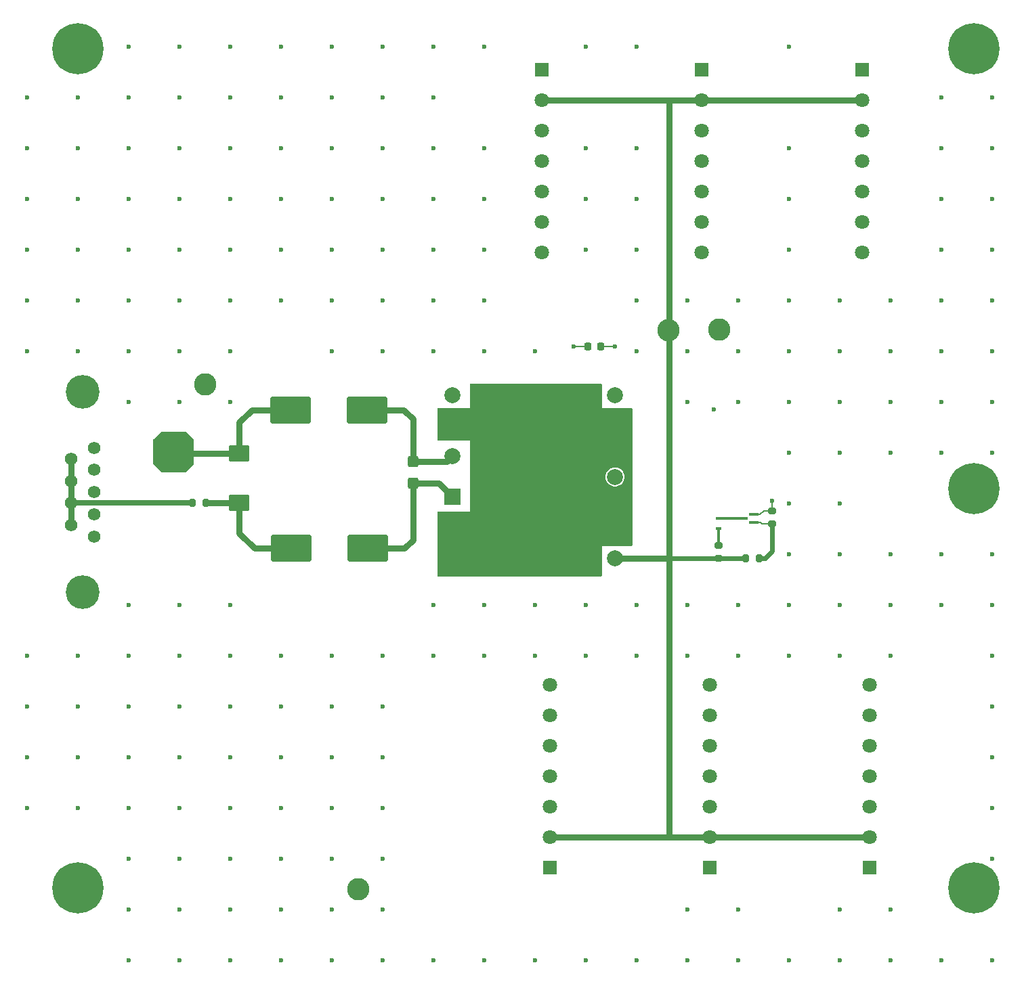
<source format=gbr>
%TF.GenerationSoftware,KiCad,Pcbnew,8.0.6*%
%TF.CreationDate,2025-03-03T14:35:36-05:00*%
%TF.ProjectId,SiPM_Bias_BRD_Telem_PWR,5369504d-5f42-4696-9173-5f4252445f54,rev?*%
%TF.SameCoordinates,Original*%
%TF.FileFunction,Copper,L1,Top*%
%TF.FilePolarity,Positive*%
%FSLAX46Y46*%
G04 Gerber Fmt 4.6, Leading zero omitted, Abs format (unit mm)*
G04 Created by KiCad (PCBNEW 8.0.6) date 2025-03-03 14:35:36*
%MOMM*%
%LPD*%
G01*
G04 APERTURE LIST*
G04 Aperture macros list*
%AMRoundRect*
0 Rectangle with rounded corners*
0 $1 Rounding radius*
0 $2 $3 $4 $5 $6 $7 $8 $9 X,Y pos of 4 corners*
0 Add a 4 corners polygon primitive as box body*
4,1,4,$2,$3,$4,$5,$6,$7,$8,$9,$2,$3,0*
0 Add four circle primitives for the rounded corners*
1,1,$1+$1,$2,$3*
1,1,$1+$1,$4,$5*
1,1,$1+$1,$6,$7*
1,1,$1+$1,$8,$9*
0 Add four rect primitives between the rounded corners*
20,1,$1+$1,$2,$3,$4,$5,0*
20,1,$1+$1,$4,$5,$6,$7,0*
20,1,$1+$1,$6,$7,$8,$9,0*
20,1,$1+$1,$8,$9,$2,$3,0*%
G04 Aperture macros list end*
%TA.AperFunction,SMDPad,CuDef*%
%ADD10RoundRect,0.250000X1.025000X-0.787500X1.025000X0.787500X-1.025000X0.787500X-1.025000X-0.787500X0*%
%TD*%
%TA.AperFunction,ComponentPad*%
%ADD11C,6.400000*%
%TD*%
%TA.AperFunction,SMDPad,CuDef*%
%ADD12RoundRect,0.250000X0.425000X-0.450000X0.425000X0.450000X-0.425000X0.450000X-0.425000X-0.450000X0*%
%TD*%
%TA.AperFunction,ComponentPad*%
%ADD13R,1.800000X1.800000*%
%TD*%
%TA.AperFunction,ComponentPad*%
%ADD14C,1.800000*%
%TD*%
%TA.AperFunction,SMDPad,CuDef*%
%ADD15RoundRect,0.200000X-0.275000X0.200000X-0.275000X-0.200000X0.275000X-0.200000X0.275000X0.200000X0*%
%TD*%
%TA.AperFunction,SMDPad,CuDef*%
%ADD16RoundRect,0.225000X0.225000X0.250000X-0.225000X0.250000X-0.225000X-0.250000X0.225000X-0.250000X0*%
%TD*%
%TA.AperFunction,ComponentPad*%
%ADD17C,2.800000*%
%TD*%
%TA.AperFunction,ComponentPad*%
%ADD18C,1.560000*%
%TD*%
%TA.AperFunction,ComponentPad*%
%ADD19C,4.216000*%
%TD*%
%TA.AperFunction,SMDPad,CuDef*%
%ADD20RoundRect,0.170000X2.330000X-1.530000X2.330000X1.530000X-2.330000X1.530000X-2.330000X-1.530000X0*%
%TD*%
%TA.AperFunction,SMDPad,CuDef*%
%ADD21RoundRect,0.200000X-0.200000X-0.275000X0.200000X-0.275000X0.200000X0.275000X-0.200000X0.275000X0*%
%TD*%
%TA.AperFunction,SMDPad,CuDef*%
%ADD22R,0.711200X0.444500*%
%TD*%
%TA.AperFunction,ComponentPad*%
%ADD23R,2.000000X2.000000*%
%TD*%
%TA.AperFunction,ComponentPad*%
%ADD24C,2.000000*%
%TD*%
%TA.AperFunction,SMDPad,CuDef*%
%ADD25R,1.161200X0.350800*%
%TD*%
%TA.AperFunction,ViaPad*%
%ADD26C,0.600000*%
%TD*%
%TA.AperFunction,ViaPad*%
%ADD27C,1.200000*%
%TD*%
%TA.AperFunction,Conductor*%
%ADD28C,0.800000*%
%TD*%
%TA.AperFunction,Conductor*%
%ADD29C,0.600000*%
%TD*%
%TA.AperFunction,Conductor*%
%ADD30C,0.200000*%
%TD*%
%TA.AperFunction,Conductor*%
%ADD31C,0.700000*%
%TD*%
%TA.AperFunction,Conductor*%
%ADD32C,0.300000*%
%TD*%
G04 APERTURE END LIST*
D10*
%TO.P,C1,1*%
%TO.N,Net-(C1-Pad1)*%
X255170000Y-196802500D03*
%TO.P,C1,2*%
%TO.N,/V_SEC_RTN*%
X255170000Y-190577500D03*
%TD*%
D11*
%TO.P,H6,1,1*%
%TO.N,CHASSIS*%
X235000000Y-140000000D03*
%TD*%
D12*
%TO.P,C2,1*%
%TO.N,/Telem_PWR_Single_Rail/V_POS*%
X276860221Y-194340657D03*
%TO.P,C2,2*%
%TO.N,/Telem_PWR_Single_Rail/V_RTN*%
X276860221Y-191640657D03*
%TD*%
D13*
%TO.P,J5,01,01*%
%TO.N,/V_P5V_RTN*%
X294000000Y-242400000D03*
D14*
%TO.P,J5,02,02*%
%TO.N,/V_P5V*%
X294000000Y-238590000D03*
%TO.P,J5,03,03*%
%TO.N,/V_P5V_RTN*%
X294000000Y-234780000D03*
%TO.P,J5,04,04*%
%TO.N,/V_SEC_RTN*%
X294000000Y-230970000D03*
%TO.P,J5,05,05*%
%TO.N,/V_SEC_IN*%
X294000000Y-227160000D03*
%TO.P,J5,06,06*%
%TO.N,/V_SEC_RTN*%
X294000000Y-223350000D03*
%TO.P,J5,07,07*%
%TO.N,/V_SEC_IN*%
X294000000Y-219540000D03*
%TD*%
D11*
%TO.P,H5,1,1*%
%TO.N,CHASSIS*%
X347000000Y-195000000D03*
%TD*%
D15*
%TO.P,R4,1*%
%TO.N,Net-(LED1-Pad2)*%
X315076825Y-202083175D03*
%TO.P,R4,2*%
%TO.N,/V_P5V*%
X315076825Y-203733175D03*
%TD*%
D13*
%TO.P,J6,01,01*%
%TO.N,/V_P5V_RTN*%
X314000000Y-242400000D03*
D14*
%TO.P,J6,02,02*%
%TO.N,/V_P5V*%
X314000000Y-238590000D03*
%TO.P,J6,03,03*%
%TO.N,/V_P5V_RTN*%
X314000000Y-234780000D03*
%TO.P,J6,04,04*%
%TO.N,/V_SEC_RTN*%
X314000000Y-230970000D03*
%TO.P,J6,05,05*%
%TO.N,/V_SEC_IN*%
X314000000Y-227160000D03*
%TO.P,J6,06,06*%
%TO.N,/V_SEC_RTN*%
X314000000Y-223350000D03*
%TO.P,J6,07,07*%
%TO.N,/V_SEC_IN*%
X314000000Y-219540000D03*
%TD*%
D13*
%TO.P,J2,01,01*%
%TO.N,/V_P5V_RTN*%
X293000000Y-142600000D03*
D14*
%TO.P,J2,02,02*%
%TO.N,/V_P5V*%
X293000000Y-146410000D03*
%TO.P,J2,03,03*%
%TO.N,/V_P5V_RTN*%
X293000000Y-150220000D03*
%TO.P,J2,04,04*%
%TO.N,/V_SEC_RTN*%
X293000000Y-154030000D03*
%TO.P,J2,05,05*%
%TO.N,/V_SEC_IN*%
X293000000Y-157840000D03*
%TO.P,J2,06,06*%
%TO.N,/V_SEC_RTN*%
X293000000Y-161650000D03*
%TO.P,J2,07,07*%
%TO.N,/V_SEC_IN*%
X293000000Y-165460000D03*
%TD*%
D16*
%TO.P,C7,1*%
%TO.N,/V_P5V_RTN*%
X300325221Y-177203157D03*
%TO.P,C7,2*%
%TO.N,CHASSIS*%
X298775221Y-177203157D03*
%TD*%
D17*
%TO.P,P5V_{RTN},1,1*%
%TO.N,/V_P5V_RTN*%
X315150000Y-175140000D03*
%TD*%
D18*
%TO.P,J1,1*%
%TO.N,/V_SEC_RTN*%
X236980000Y-189900000D03*
%TO.P,J1,2*%
X236980000Y-192670000D03*
%TO.P,J1,3*%
%TO.N,unconnected-(J1-Pad3)*%
X236980000Y-195440000D03*
%TO.P,J1,4*%
%TO.N,/V_SEC_RTN*%
X236980000Y-198210000D03*
%TO.P,J1,5*%
X236980000Y-200980000D03*
%TO.P,J1,6*%
%TO.N,/V_SEC_IN*%
X234140000Y-191285000D03*
%TO.P,J1,7*%
X234140000Y-194055000D03*
%TO.P,J1,8*%
X234140000Y-196825000D03*
%TO.P,J1,9*%
X234140000Y-199595000D03*
D19*
%TO.P,J1,S1*%
%TO.N,CHASSIS*%
X235560000Y-182940000D03*
%TO.P,J1,S2*%
X235560000Y-207940000D03*
%TD*%
D11*
%TO.P,H2,1,1*%
%TO.N,CHASSIS*%
X347000000Y-245000000D03*
%TD*%
D13*
%TO.P,J7,01,01*%
%TO.N,/V_P5V_RTN*%
X334000000Y-242400000D03*
D14*
%TO.P,J7,02,02*%
%TO.N,/V_P5V*%
X334000000Y-238590000D03*
%TO.P,J7,03,03*%
%TO.N,/V_P5V_RTN*%
X334000000Y-234780000D03*
%TO.P,J7,04,04*%
%TO.N,/V_SEC_RTN*%
X334000000Y-230970000D03*
%TO.P,J7,05,05*%
%TO.N,/V_SEC_IN*%
X334000000Y-227160000D03*
%TO.P,J7,06,06*%
%TO.N,/V_SEC_RTN*%
X334000000Y-223350000D03*
%TO.P,J7,07,07*%
%TO.N,/V_SEC_IN*%
X334000000Y-219540000D03*
%TD*%
D11*
%TO.P,H1,1,1*%
%TO.N,CHASSIS*%
X235000000Y-245000000D03*
%TD*%
D20*
%TO.P,L2,1,1*%
%TO.N,/V_SEC_RTN*%
X261570000Y-185191000D03*
%TO.P,L2,2,2*%
%TO.N,/Telem_PWR_Single_Rail/V_RTN*%
X271170000Y-185191000D03*
%TD*%
D13*
%TO.P,J4,01,01*%
%TO.N,/V_P5V_RTN*%
X333000000Y-142600000D03*
D14*
%TO.P,J4,02,02*%
%TO.N,/V_P5V*%
X333000000Y-146410000D03*
%TO.P,J4,03,03*%
%TO.N,/V_P5V_RTN*%
X333000000Y-150220000D03*
%TO.P,J4,04,04*%
%TO.N,/V_SEC_RTN*%
X333000000Y-154030000D03*
%TO.P,J4,05,05*%
%TO.N,/V_SEC_IN*%
X333000000Y-157840000D03*
%TO.P,J4,06,06*%
%TO.N,/V_SEC_RTN*%
X333000000Y-161650000D03*
%TO.P,J4,07,07*%
%TO.N,/V_SEC_IN*%
X333000000Y-165460000D03*
%TD*%
D21*
%TO.P,R2,1*%
%TO.N,/V_P5V*%
X318471825Y-203738175D03*
%TO.P,R2,2*%
%TO.N,Net-(M1-Pad1)*%
X320121825Y-203738175D03*
%TD*%
D17*
%TO.P,P12V_{RTN},1,1*%
%TO.N,/V_SEC_RTN*%
X250930000Y-181990000D03*
%TD*%
D22*
%TO.P,LED1,1*%
%TO.N,Net-(LED1-Pad1)*%
X315066825Y-198769525D03*
%TO.P,LED1,2*%
%TO.N,Net-(LED1-Pad2)*%
X315066825Y-200026825D03*
%TD*%
D17*
%TO.P,P5V,1,1*%
%TO.N,/V_P5V*%
X308860000Y-175160000D03*
%TD*%
D23*
%TO.P,U1,1,+VIN*%
%TO.N,/Telem_PWR_Single_Rail/V_POS*%
X281837721Y-196043157D03*
D24*
%TO.P,U1,2,-VIN*%
%TO.N,/Telem_PWR_Single_Rail/V_RTN*%
X281837721Y-190943157D03*
%TO.P,U1,3,+VOUT*%
%TO.N,/V_P5V*%
X302137721Y-203743157D03*
%TO.P,U1,4,TRIM*%
%TO.N,unconnected-(U1-TRIM-Pad4)*%
X302137721Y-193543157D03*
%TO.P,U1,5,-VOUT*%
%TO.N,/V_P5V_RTN*%
X302137721Y-183343157D03*
%TO.P,U1,6,REMOTE*%
%TO.N,unconnected-(U1-REMOTE-Pad6)*%
X281837721Y-183343157D03*
%TD*%
D25*
%TO.P,M1,1,1*%
%TO.N,Net-(M1-Pad1)*%
X319451825Y-199258174D03*
%TO.P,M1,2,2*%
%TO.N,/V_P5V_RTN*%
X319451825Y-198258176D03*
%TO.P,M1,3,3*%
%TO.N,Net-(LED1-Pad1)*%
X318101825Y-198758175D03*
%TD*%
D21*
%TO.P,F1,1*%
%TO.N,/V_SEC_IN*%
X249335221Y-196793157D03*
%TO.P,F1,2*%
%TO.N,Net-(C1-Pad1)*%
X250985221Y-196793157D03*
%TD*%
D13*
%TO.P,J3,01,01*%
%TO.N,/V_P5V_RTN*%
X313000000Y-142600000D03*
D14*
%TO.P,J3,02,02*%
%TO.N,/V_P5V*%
X313000000Y-146410000D03*
%TO.P,J3,03,03*%
%TO.N,/V_P5V_RTN*%
X313000000Y-150220000D03*
%TO.P,J3,04,04*%
%TO.N,/V_SEC_RTN*%
X313000000Y-154030000D03*
%TO.P,J3,05,05*%
%TO.N,/V_SEC_IN*%
X313000000Y-157840000D03*
%TO.P,J3,06,06*%
%TO.N,/V_SEC_RTN*%
X313000000Y-161650000D03*
%TO.P,J3,07,07*%
%TO.N,/V_SEC_IN*%
X313000000Y-165460000D03*
%TD*%
D20*
%TO.P,L1,1,1*%
%TO.N,Net-(C1-Pad1)*%
X261630000Y-202461000D03*
%TO.P,L1,2,2*%
%TO.N,/Telem_PWR_Single_Rail/V_POS*%
X271230000Y-202461000D03*
%TD*%
D17*
%TO.P,Chassis,1,1*%
%TO.N,CHASSIS*%
X270030000Y-245110000D03*
%TD*%
D11*
%TO.P,H3,1,1*%
%TO.N,CHASSIS*%
X347000000Y-140000000D03*
%TD*%
D15*
%TO.P,R3,1*%
%TO.N,/V_P5V_RTN*%
X321796825Y-197773175D03*
%TO.P,R3,2*%
%TO.N,Net-(M1-Pad1)*%
X321796825Y-199423175D03*
%TD*%
D26*
%TO.N,/V_SEC_RTN*%
X336550000Y-247650000D03*
X245670000Y-190400000D03*
X323850000Y-165100000D03*
X304800000Y-209550000D03*
X273050000Y-152400000D03*
X323850000Y-215900000D03*
X336550000Y-171450000D03*
X317500000Y-209550000D03*
X323850000Y-209550000D03*
X247650000Y-158750000D03*
X323850000Y-177800000D03*
X228600000Y-222250000D03*
X241300000Y-171450000D03*
X285750000Y-215900000D03*
X285750000Y-171450000D03*
X254000000Y-228600000D03*
X311150000Y-171450000D03*
X279400000Y-165100000D03*
X273050000Y-139700000D03*
X323850000Y-190500000D03*
X273050000Y-228600000D03*
X266700000Y-171450000D03*
X266700000Y-158750000D03*
X273050000Y-165100000D03*
X247650000Y-254000000D03*
X273050000Y-158750000D03*
X260350000Y-165100000D03*
X349250000Y-203200000D03*
X349250000Y-152400000D03*
X273050000Y-241300000D03*
X248210000Y-190400000D03*
X323850000Y-184150000D03*
X311150000Y-184150000D03*
X330200000Y-184150000D03*
X241300000Y-228600000D03*
X266700000Y-139700000D03*
X273050000Y-222250000D03*
X241300000Y-177800000D03*
X330200000Y-247650000D03*
X317500000Y-254000000D03*
X273050000Y-234950000D03*
X342900000Y-152400000D03*
X292100000Y-254000000D03*
X349250000Y-171450000D03*
X304800000Y-171450000D03*
X349250000Y-254000000D03*
X336550000Y-254000000D03*
X260350000Y-139700000D03*
X317500000Y-247650000D03*
X266700000Y-247650000D03*
X342900000Y-171450000D03*
X304800000Y-158750000D03*
X246940000Y-191670000D03*
X342900000Y-146050000D03*
X336550000Y-209550000D03*
X279400000Y-209550000D03*
X304800000Y-177800000D03*
X254000000Y-146050000D03*
X247650000Y-184150000D03*
X285750000Y-254000000D03*
X228600000Y-152400000D03*
X311150000Y-254000000D03*
X247650000Y-209550000D03*
X241300000Y-139700000D03*
X292100000Y-215900000D03*
X266700000Y-177800000D03*
X247650000Y-215900000D03*
X330200000Y-190500000D03*
X273050000Y-171450000D03*
X241300000Y-234950000D03*
X241300000Y-165100000D03*
X254000000Y-177800000D03*
X298450000Y-254000000D03*
X266700000Y-152400000D03*
X241300000Y-152400000D03*
X247650000Y-177800000D03*
X247650000Y-234950000D03*
X247650000Y-165100000D03*
X260350000Y-171450000D03*
X273050000Y-215900000D03*
X260350000Y-234950000D03*
X241300000Y-254000000D03*
X330200000Y-177800000D03*
X260350000Y-222250000D03*
X254000000Y-165100000D03*
X298450000Y-209550000D03*
X254000000Y-222250000D03*
X254000000Y-184150000D03*
X266700000Y-165100000D03*
X330200000Y-209550000D03*
X245670000Y-189130000D03*
X254000000Y-209550000D03*
X349250000Y-146050000D03*
X336550000Y-215900000D03*
X342900000Y-203200000D03*
X279400000Y-146050000D03*
X241300000Y-222250000D03*
X349250000Y-241300000D03*
X349250000Y-177800000D03*
X273050000Y-247650000D03*
X342900000Y-209550000D03*
X254000000Y-215900000D03*
X304800000Y-254000000D03*
X279400000Y-254000000D03*
X311150000Y-215900000D03*
X260350000Y-254000000D03*
X254000000Y-247650000D03*
X234950000Y-177800000D03*
X336550000Y-190500000D03*
X241300000Y-184150000D03*
X228600000Y-171450000D03*
X311150000Y-209550000D03*
X323850000Y-196850000D03*
X234950000Y-165100000D03*
X241300000Y-247650000D03*
X279400000Y-171450000D03*
X260350000Y-228600000D03*
X349250000Y-215900000D03*
X266700000Y-241300000D03*
X254000000Y-158750000D03*
X247650000Y-171450000D03*
X323850000Y-203200000D03*
X285750000Y-158750000D03*
X247650000Y-228600000D03*
X285750000Y-139700000D03*
X234950000Y-171450000D03*
X254000000Y-254000000D03*
X247650000Y-222250000D03*
X304800000Y-139700000D03*
X260350000Y-247650000D03*
X336550000Y-184150000D03*
X260350000Y-158750000D03*
X285750000Y-209550000D03*
X285750000Y-152400000D03*
X342900000Y-158750000D03*
X349250000Y-190500000D03*
X342900000Y-165100000D03*
X234950000Y-215900000D03*
X342900000Y-190500000D03*
X349250000Y-234950000D03*
X342900000Y-177800000D03*
X317500000Y-184150000D03*
X273050000Y-177800000D03*
X228600000Y-146050000D03*
X234950000Y-158750000D03*
X279400000Y-152400000D03*
X266700000Y-254000000D03*
X273050000Y-146050000D03*
X254000000Y-234950000D03*
X245670000Y-191670000D03*
X234950000Y-234950000D03*
X330200000Y-203200000D03*
X228600000Y-215900000D03*
X241300000Y-241300000D03*
X317500000Y-177800000D03*
X241300000Y-158750000D03*
X247650000Y-139700000D03*
X241300000Y-209550000D03*
X260350000Y-146050000D03*
X304800000Y-152400000D03*
X323850000Y-171450000D03*
X279400000Y-139700000D03*
X323850000Y-254000000D03*
X234950000Y-222250000D03*
X323850000Y-152400000D03*
X330200000Y-196850000D03*
X330200000Y-215900000D03*
X247650000Y-241300000D03*
X349250000Y-158750000D03*
X260350000Y-215900000D03*
X279400000Y-177800000D03*
X260350000Y-152400000D03*
X311150000Y-177800000D03*
X234950000Y-228600000D03*
X260350000Y-241300000D03*
X247650000Y-152400000D03*
X241300000Y-215900000D03*
X246940000Y-189130000D03*
X248210000Y-191670000D03*
X246940000Y-190400000D03*
X254000000Y-139700000D03*
X342900000Y-254000000D03*
X330200000Y-171450000D03*
X349250000Y-209550000D03*
X323850000Y-139700000D03*
X304800000Y-165100000D03*
X266700000Y-228600000D03*
X228600000Y-158750000D03*
X254000000Y-241300000D03*
X234950000Y-146050000D03*
X247650000Y-247650000D03*
X349250000Y-222250000D03*
X323850000Y-158750000D03*
X273050000Y-254000000D03*
X266700000Y-146050000D03*
X336550000Y-177800000D03*
X311150000Y-247650000D03*
X298450000Y-139700000D03*
X254000000Y-171450000D03*
X285750000Y-165100000D03*
X266700000Y-215900000D03*
X228600000Y-228600000D03*
X247650000Y-146050000D03*
X298450000Y-165100000D03*
X298450000Y-152400000D03*
X285750000Y-177800000D03*
X266700000Y-222250000D03*
X342900000Y-184150000D03*
X336550000Y-203200000D03*
X298450000Y-215900000D03*
X234950000Y-152400000D03*
X292100000Y-177800000D03*
X298450000Y-158750000D03*
X349250000Y-184150000D03*
X292100000Y-209550000D03*
X228600000Y-177800000D03*
X317500000Y-215900000D03*
X228600000Y-165100000D03*
X241300000Y-146050000D03*
X349250000Y-228600000D03*
X304800000Y-215900000D03*
X228600000Y-234950000D03*
X266700000Y-234950000D03*
X279400000Y-158750000D03*
X248210000Y-189130000D03*
X317500000Y-171450000D03*
X349250000Y-165100000D03*
X279400000Y-215900000D03*
X330200000Y-254000000D03*
X254000000Y-152400000D03*
D27*
%TO.N,CHASSIS*%
X292100000Y-182880000D03*
X301625000Y-186055000D03*
X298450000Y-192405000D03*
X282575000Y-198755000D03*
X295275000Y-192405000D03*
X292100000Y-195580000D03*
X298450000Y-182880000D03*
X292100000Y-192405000D03*
X288925000Y-195580000D03*
X292100000Y-189230000D03*
D26*
X297000221Y-177193157D03*
D27*
X295275000Y-198755000D03*
X295275000Y-189230000D03*
X292100000Y-205105000D03*
X295275000Y-205105000D03*
X298450000Y-189230000D03*
X285750000Y-201930000D03*
X288925000Y-198755000D03*
X285750000Y-198755000D03*
X292100000Y-186055000D03*
X282575000Y-205105000D03*
X288925000Y-182880000D03*
X288925000Y-192405000D03*
X298450000Y-195580000D03*
X285750000Y-205105000D03*
X288925000Y-189230000D03*
X298450000Y-186055000D03*
X295275000Y-195580000D03*
X285750000Y-192405000D03*
X282575000Y-186055000D03*
X292100000Y-198755000D03*
X295275000Y-182880000D03*
X288925000Y-186055000D03*
X298450000Y-205105000D03*
X288925000Y-205105000D03*
X301625000Y-198755000D03*
X285750000Y-182880000D03*
X298450000Y-201930000D03*
X295275000Y-201930000D03*
X298450000Y-198755000D03*
X292100000Y-201930000D03*
X288925000Y-201930000D03*
X285750000Y-186055000D03*
X285750000Y-195580000D03*
X282575000Y-201930000D03*
X301625000Y-189230000D03*
X285750000Y-189230000D03*
X295275000Y-186055000D03*
D26*
%TO.N,/V_P5V_RTN*%
X302150221Y-177203157D03*
X314490000Y-185142500D03*
X321800000Y-196540000D03*
%TD*%
D28*
%TO.N,Net-(C1-Pad1)*%
X257061000Y-202461000D02*
X255170000Y-200570000D01*
X261630000Y-202461000D02*
X257061000Y-202461000D01*
X255170000Y-196802500D02*
X250994564Y-196802500D01*
X255170000Y-200570000D02*
X255170000Y-196802500D01*
X250994564Y-196802500D02*
X250985221Y-196793157D01*
%TO.N,/V_SEC_RTN*%
X255170000Y-186740000D02*
X255170000Y-190577500D01*
X256719000Y-185191000D02*
X255170000Y-186740000D01*
X255170000Y-190577500D02*
X245847500Y-190577500D01*
X245847500Y-190577500D02*
X245670000Y-190400000D01*
X261570000Y-185191000D02*
X256719000Y-185191000D01*
%TO.N,/Telem_PWR_Single_Rail/V_POS*%
X280135221Y-194340657D02*
X276860221Y-194340657D01*
X281837721Y-196043157D02*
X280135221Y-194340657D01*
X276860221Y-194340657D02*
X276860221Y-201409779D01*
X276860221Y-201409779D02*
X275809000Y-202461000D01*
X275809000Y-202461000D02*
X271230000Y-202461000D01*
D29*
%TO.N,/V_P5V*%
X308890000Y-203740000D02*
X315070000Y-203740000D01*
D28*
X308890000Y-146410000D02*
X293000000Y-146410000D01*
X308890000Y-203740000D02*
X308890000Y-238590000D01*
D29*
X318471825Y-203738175D02*
X315081825Y-203738175D01*
D30*
X302137721Y-203743157D02*
X302140878Y-203740000D01*
D28*
X302140878Y-203740000D02*
X308890000Y-203740000D01*
D30*
X315081825Y-203738175D02*
X315076825Y-203733175D01*
X315081825Y-203738175D02*
X315091825Y-203748175D01*
D28*
X308890000Y-203740000D02*
X308890000Y-146410000D01*
X308890000Y-238590000D02*
X334000000Y-238590000D01*
X308890000Y-146410000D02*
X333000000Y-146410000D01*
D30*
X302130221Y-203750657D02*
X302200878Y-203680000D01*
D28*
X315070000Y-203740000D02*
X315076825Y-203733175D01*
D30*
X302130221Y-203750657D02*
X302137721Y-203743157D01*
D28*
X308890000Y-238590000D02*
X294000000Y-238590000D01*
D30*
%TO.N,CHASSIS*%
X297010221Y-177203157D02*
X297000221Y-177193157D01*
X298775221Y-177203157D02*
X297010221Y-177203157D01*
%TO.N,/V_SEC_IN*%
X234170221Y-196793157D02*
X234150221Y-196813157D01*
D31*
X249335221Y-196793157D02*
X234170221Y-196793157D01*
D28*
X234150221Y-196813157D02*
X234150221Y-199543157D01*
X234150221Y-196773157D02*
X234150221Y-191233157D01*
D30*
X234170221Y-196793157D02*
X234150221Y-196773157D01*
D28*
%TO.N,/Telem_PWR_Single_Rail/V_RTN*%
X281140221Y-191640657D02*
X281837721Y-190943157D01*
X276860221Y-191640657D02*
X281140221Y-191640657D01*
X276860221Y-186320221D02*
X275731000Y-185191000D01*
X276860221Y-191640657D02*
X276860221Y-186320221D01*
X275731000Y-185191000D02*
X271170000Y-185191000D01*
D30*
%TO.N,/V_P5V_RTN*%
X321796825Y-196543175D02*
X321800000Y-196540000D01*
X319451825Y-198258176D02*
X320276824Y-198258176D01*
X321796825Y-197773175D02*
X321796825Y-196543175D01*
X320276824Y-198258176D02*
X320761825Y-197773175D01*
X300325221Y-177203157D02*
X302150221Y-177203157D01*
X320761825Y-197773175D02*
X321796825Y-197773175D01*
D32*
%TO.N,Net-(LED1-Pad2)*%
X315076825Y-202083175D02*
X315076825Y-200036825D01*
D30*
X315076825Y-200036825D02*
X315066825Y-200026825D01*
D32*
%TO.N,Net-(LED1-Pad1)*%
X315066825Y-198769525D02*
X318090475Y-198769525D01*
D30*
X318090475Y-198769525D02*
X318101825Y-198758175D01*
%TO.N,Net-(M1-Pad1)*%
X320346824Y-199258174D02*
X320511825Y-199423175D01*
D29*
X321796825Y-202838175D02*
X321796825Y-199423175D01*
X320121825Y-203738175D02*
X320896825Y-203738175D01*
D30*
X320511825Y-199423175D02*
X321796825Y-199423175D01*
X319451825Y-199258174D02*
X320346824Y-199258174D01*
D29*
X320896825Y-203738175D02*
X321796825Y-202838175D01*
%TD*%
%TA.AperFunction,Conductor*%
%TO.N,/V_SEC_RTN*%
G36*
X248495677Y-187879685D02*
G01*
X248516319Y-187896319D01*
X249443681Y-188823681D01*
X249477166Y-188885004D01*
X249480000Y-188911362D01*
X249480000Y-191888638D01*
X249460315Y-191955677D01*
X249443681Y-191976319D01*
X248516319Y-192903681D01*
X248454996Y-192937166D01*
X248428638Y-192940000D01*
X245451362Y-192940000D01*
X245384323Y-192920315D01*
X245363681Y-192903681D01*
X244436319Y-191976319D01*
X244402834Y-191914996D01*
X244400000Y-191888638D01*
X244400000Y-188911362D01*
X244419685Y-188844323D01*
X244436319Y-188823681D01*
X245363681Y-187896319D01*
X245425004Y-187862834D01*
X245451362Y-187860000D01*
X248428638Y-187860000D01*
X248495677Y-187879685D01*
G37*
%TD.AperFunction*%
%TD*%
%TA.AperFunction,Conductor*%
%TO.N,CHASSIS*%
G36*
X300425039Y-181883685D02*
G01*
X300470794Y-181936489D01*
X300482000Y-181988000D01*
X300482000Y-184912000D01*
X304168000Y-184912000D01*
X304235039Y-184931685D01*
X304280794Y-184984489D01*
X304292000Y-185036000D01*
X304292000Y-202060000D01*
X304272315Y-202127039D01*
X304219511Y-202172794D01*
X304168000Y-202184000D01*
X300482000Y-202184000D01*
X300482000Y-205870000D01*
X300462315Y-205937039D01*
X300409511Y-205982794D01*
X300358000Y-205994000D01*
X280032000Y-205994000D01*
X279964961Y-205974315D01*
X279919206Y-205921511D01*
X279908000Y-205870000D01*
X279908000Y-197990000D01*
X279927685Y-197922961D01*
X279980489Y-197877206D01*
X280032000Y-197866000D01*
X283972000Y-197866000D01*
X283972000Y-193543156D01*
X300932078Y-193543156D01*
X300932078Y-193543157D01*
X300952605Y-193764692D01*
X300952606Y-193764694D01*
X301013490Y-193978680D01*
X301013496Y-193978695D01*
X301112659Y-194177840D01*
X301112664Y-194177848D01*
X301246741Y-194355395D01*
X301411158Y-194505280D01*
X301411160Y-194505282D01*
X301600316Y-194622402D01*
X301600317Y-194622402D01*
X301600320Y-194622404D01*
X301807781Y-194702775D01*
X302026478Y-194743657D01*
X302026480Y-194743657D01*
X302248962Y-194743657D01*
X302248964Y-194743657D01*
X302467661Y-194702775D01*
X302675122Y-194622404D01*
X302864283Y-194505281D01*
X303028702Y-194355393D01*
X303162779Y-194177846D01*
X303261950Y-193978685D01*
X303322836Y-193764693D01*
X303343364Y-193543157D01*
X303322836Y-193321621D01*
X303261950Y-193107629D01*
X303261945Y-193107618D01*
X303162782Y-192908473D01*
X303162777Y-192908465D01*
X303028700Y-192730918D01*
X302864283Y-192581033D01*
X302864281Y-192581031D01*
X302675125Y-192463911D01*
X302675119Y-192463909D01*
X302467661Y-192383539D01*
X302248964Y-192342657D01*
X302026478Y-192342657D01*
X301807781Y-192383539D01*
X301676585Y-192434364D01*
X301600322Y-192463909D01*
X301600316Y-192463911D01*
X301411160Y-192581031D01*
X301411158Y-192581033D01*
X301246741Y-192730918D01*
X301112664Y-192908465D01*
X301112659Y-192908473D01*
X301013496Y-193107618D01*
X301013490Y-193107633D01*
X300952606Y-193321619D01*
X300952605Y-193321621D01*
X300932078Y-193543156D01*
X283972000Y-193543156D01*
X283972000Y-188976000D01*
X280032000Y-188976000D01*
X279964961Y-188956315D01*
X279919206Y-188903511D01*
X279908000Y-188852000D01*
X279908000Y-185036000D01*
X279927685Y-184968961D01*
X279980489Y-184923206D01*
X280032000Y-184912000D01*
X283972000Y-184912000D01*
X283972000Y-181988000D01*
X283991685Y-181920961D01*
X284044489Y-181875206D01*
X284096000Y-181864000D01*
X300358000Y-181864000D01*
X300425039Y-181883685D01*
G37*
%TD.AperFunction*%
%TD*%
M02*

</source>
